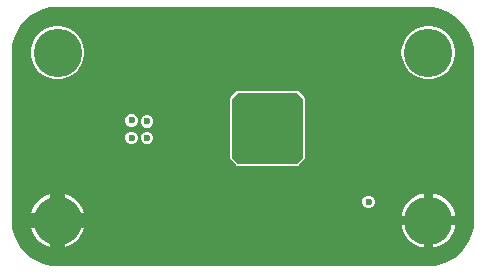
<source format=gbl>
G04*
G04 #@! TF.GenerationSoftware,Altium Limited,Altium Designer,22.3.1 (43)*
G04*
G04 Layer_Physical_Order=4*
G04 Layer_Color=16711680*
%FSLAX25Y25*%
%MOIN*%
G70*
G04*
G04 #@! TF.SameCoordinates,C0C3DF6B-F1DF-4303-8154-4598C75E5984*
G04*
G04*
G04 #@! TF.FilePolarity,Positive*
G04*
G01*
G75*
%ADD28C,0.16142*%
%ADD29C,0.02559*%
%ADD30C,0.02362*%
G36*
X125273Y71136D02*
X127748Y70542D01*
X130099Y69569D01*
X132269Y68239D01*
X134204Y66586D01*
X135857Y64651D01*
X137187Y62481D01*
X138161Y60130D01*
X138755Y57655D01*
X138947Y55217D01*
X138927Y55118D01*
Y253D01*
X138945Y161D01*
X138760Y-2185D01*
X138190Y-4563D01*
X137254Y-6822D01*
X135976Y-8907D01*
X134388Y-10766D01*
X132529Y-12354D01*
X130444Y-13632D01*
X128185Y-14568D01*
X125807Y-15138D01*
X123461Y-15323D01*
X123369Y-15305D01*
X79D01*
X-11Y-15323D01*
X-2332Y-15140D01*
X-4683Y-14576D01*
X-6916Y-13650D01*
X-8978Y-12387D01*
X-10817Y-10817D01*
X-12387Y-8978D01*
X-13650Y-6916D01*
X-14576Y-4683D01*
X-15140Y-2332D01*
X-15323Y-11D01*
X-15305Y79D01*
Y55986D01*
X-15323Y56075D01*
X-15141Y58386D01*
X-14578Y60728D01*
X-13657Y62953D01*
X-12398Y65007D01*
X-10834Y66838D01*
X-9003Y68402D01*
X-6949Y69661D01*
X-4724Y70582D01*
X-2383Y71145D01*
X-71Y71327D01*
X18Y71309D01*
X122736D01*
X122835Y71328D01*
X125273Y71136D01*
D02*
G37*
%LPC*%
G36*
X124506Y64975D02*
X122739D01*
X121005Y64630D01*
X119373Y63954D01*
X117903Y62972D01*
X116654Y61722D01*
X115672Y60253D01*
X114996Y58621D01*
X114651Y56888D01*
Y55120D01*
X114996Y53387D01*
X115672Y51755D01*
X116654Y50285D01*
X117903Y49036D01*
X119373Y48054D01*
X121005Y47378D01*
X122739Y47033D01*
X124506D01*
X126239Y47378D01*
X127871Y48054D01*
X129341Y49036D01*
X130590Y50285D01*
X131572Y51755D01*
X132248Y53387D01*
X132593Y55120D01*
Y56888D01*
X132248Y58621D01*
X131572Y60253D01*
X130590Y61722D01*
X129341Y62972D01*
X127871Y63954D01*
X126239Y64630D01*
X124506Y64975D01*
D02*
G37*
G36*
X883D02*
X-883D01*
X-2617Y64630D01*
X-4249Y63954D01*
X-5719Y62972D01*
X-6968Y61722D01*
X-7950Y60253D01*
X-8626Y58621D01*
X-8971Y56888D01*
Y55120D01*
X-8626Y53387D01*
X-7950Y51755D01*
X-6968Y50285D01*
X-5719Y49036D01*
X-4249Y48054D01*
X-2617Y47378D01*
X-883Y47033D01*
X883D01*
X2617Y47378D01*
X4249Y48054D01*
X5719Y49036D01*
X6968Y50285D01*
X7950Y51755D01*
X8626Y53387D01*
X8971Y55120D01*
Y56888D01*
X8626Y58621D01*
X7950Y60253D01*
X6968Y61722D01*
X5719Y62972D01*
X4249Y63954D01*
X2617Y64630D01*
X883Y64975D01*
D02*
G37*
G36*
X25119Y35447D02*
X24291D01*
X23526Y35130D01*
X22941Y34545D01*
X22624Y33780D01*
Y32952D01*
X22941Y32187D01*
X23526Y31602D01*
X24291Y31285D01*
X25119D01*
X25884Y31602D01*
X26469Y32187D01*
X26786Y32952D01*
Y33780D01*
X26469Y34545D01*
X25884Y35130D01*
X25119Y35447D01*
D02*
G37*
G36*
X30237Y35152D02*
X29409D01*
X28644Y34835D01*
X28059Y34250D01*
X27742Y33485D01*
Y32657D01*
X28059Y31892D01*
X28644Y31307D01*
X29409Y30990D01*
X30237D01*
X31002Y31307D01*
X31587Y31892D01*
X31904Y32657D01*
Y33485D01*
X31587Y34250D01*
X31002Y34835D01*
X30237Y35152D01*
D02*
G37*
G36*
Y29640D02*
X29409D01*
X28644Y29323D01*
X28059Y28738D01*
X27742Y27973D01*
Y27145D01*
X28059Y26380D01*
X28644Y25795D01*
X29409Y25478D01*
X30237D01*
X31002Y25795D01*
X31587Y26380D01*
X31904Y27145D01*
Y27973D01*
X31587Y28738D01*
X31002Y29323D01*
X30237Y29640D01*
D02*
G37*
G36*
X25119D02*
X24291D01*
X23526Y29323D01*
X22941Y28738D01*
X22624Y27973D01*
Y27145D01*
X22941Y26380D01*
X23526Y25795D01*
X24291Y25478D01*
X25119D01*
X25884Y25795D01*
X26469Y26380D01*
X26786Y27145D01*
Y27973D01*
X26469Y28738D01*
X25884Y29323D01*
X25119Y29640D01*
D02*
G37*
G36*
X79823Y43233D02*
X60138D01*
X59865Y43179D01*
X59633Y43024D01*
X57665Y41056D01*
X57510Y40824D01*
X57456Y40551D01*
Y20866D01*
X57510Y20593D01*
X57665Y20361D01*
X59633Y18393D01*
X59865Y18238D01*
X60138Y18184D01*
X79823D01*
X80096Y18238D01*
X80327Y18393D01*
X82296Y20361D01*
X82296Y20361D01*
X82451Y20593D01*
X82505Y20866D01*
Y40551D01*
X82451Y40824D01*
X82296Y41056D01*
X82296Y41056D01*
X80327Y43024D01*
X80096Y43179D01*
X79823Y43233D01*
D02*
G37*
G36*
X104095Y8321D02*
X103267D01*
X102502Y8004D01*
X101917Y7419D01*
X101600Y6654D01*
Y5826D01*
X101917Y5061D01*
X102502Y4476D01*
X103267Y4159D01*
X104095D01*
X104860Y4476D01*
X105445Y5061D01*
X105762Y5826D01*
Y6654D01*
X105445Y7419D01*
X104860Y8004D01*
X104095Y8321D01*
D02*
G37*
G36*
X2500Y8751D02*
Y2500D01*
X8751D01*
X8722Y2646D01*
X8038Y4297D01*
X7046Y5782D01*
X5782Y7046D01*
X4297Y8038D01*
X2646Y8722D01*
X2500Y8751D01*
D02*
G37*
G36*
X-2500D02*
X-2646Y8722D01*
X-4297Y8038D01*
X-5782Y7046D01*
X-7046Y5782D01*
X-8038Y4297D01*
X-8722Y2646D01*
X-8751Y2500D01*
X-2500D01*
Y8751D01*
D02*
G37*
G36*
X125122Y8950D02*
Y1500D01*
X132572D01*
X132344Y2646D01*
X131660Y4297D01*
X130668Y5782D01*
X129404Y7046D01*
X127919Y8038D01*
X126268Y8722D01*
X125122Y8950D01*
D02*
G37*
G36*
X122122D02*
X120976Y8722D01*
X119325Y8038D01*
X117840Y7046D01*
X116576Y5782D01*
X115584Y4297D01*
X114900Y2646D01*
X114672Y1500D01*
X122122D01*
Y8950D01*
D02*
G37*
G36*
X8751Y-2500D02*
X2500D01*
Y-8751D01*
X2646Y-8722D01*
X4297Y-8038D01*
X5782Y-7046D01*
X7046Y-5782D01*
X8038Y-4297D01*
X8722Y-2646D01*
X8751Y-2500D01*
D02*
G37*
G36*
X-2500D02*
X-8751D01*
X-8722Y-2646D01*
X-8038Y-4297D01*
X-7046Y-5782D01*
X-5782Y-7046D01*
X-4297Y-8038D01*
X-2646Y-8722D01*
X-2500Y-8751D01*
Y-2500D01*
D02*
G37*
G36*
X132572Y-1500D02*
X125122D01*
Y-8950D01*
X126268Y-8722D01*
X127919Y-8038D01*
X129404Y-7046D01*
X130668Y-5782D01*
X131660Y-4297D01*
X132344Y-2646D01*
X132572Y-1500D01*
D02*
G37*
G36*
X122122D02*
X114672D01*
X114900Y-2646D01*
X115584Y-4297D01*
X116576Y-5782D01*
X117840Y-7046D01*
X119325Y-8038D01*
X120976Y-8722D01*
X122122Y-8950D01*
Y-1500D01*
D02*
G37*
%LPD*%
G36*
X81791Y40551D02*
X81791D01*
Y20866D01*
X81791D01*
X79823Y18898D01*
X60138D01*
X58169Y20866D01*
Y40551D01*
X60138Y42520D01*
X79823D01*
X81791Y40551D01*
D02*
G37*
D28*
X123622Y56004D02*
D03*
X0D02*
D03*
X123622Y0D02*
D03*
X0D02*
D03*
D29*
X60925Y21654D02*
D03*
Y30709D02*
D03*
Y35236D02*
D03*
Y39764D02*
D03*
X65453Y21654D02*
D03*
Y26181D02*
D03*
X69980Y21654D02*
D03*
Y26181D02*
D03*
X74508Y21654D02*
D03*
Y26181D02*
D03*
X79035Y21654D02*
D03*
Y26181D02*
D03*
X60925D02*
D03*
X65453Y30709D02*
D03*
Y35236D02*
D03*
Y39764D02*
D03*
X69980Y30709D02*
D03*
Y35236D02*
D03*
Y39764D02*
D03*
X74508Y30709D02*
D03*
Y35236D02*
D03*
Y39764D02*
D03*
X79035Y30709D02*
D03*
Y35236D02*
D03*
Y39764D02*
D03*
D30*
X-9547Y30315D02*
D03*
X-10728Y47638D02*
D03*
X-10335Y9449D02*
D03*
X2264Y14567D02*
D03*
X91634Y13780D02*
D03*
X100689Y64173D02*
D03*
X41240Y59449D02*
D03*
X38484Y67323D02*
D03*
X59350Y66535D02*
D03*
X70768Y66929D02*
D03*
X88090Y64173D02*
D03*
X107382Y57480D02*
D03*
X104232Y31496D02*
D03*
X113681Y28740D02*
D03*
X132579Y30709D02*
D03*
X132972Y43307D02*
D03*
X134547Y9055D02*
D03*
X96752Y-11024D02*
D03*
X110138Y-7480D02*
D03*
X117618Y-11811D02*
D03*
X107087Y-11811D02*
D03*
X86122Y-11024D02*
D03*
X46358Y-11811D02*
D03*
X62894Y-5118D02*
D03*
X74705Y-9843D02*
D03*
X58169D02*
D03*
X49902Y394D02*
D03*
X40846Y-7874D02*
D03*
X23917Y-4724D02*
D03*
X31890Y-11811D02*
D03*
X13287Y-9449D02*
D03*
X16043Y19685D02*
D03*
X20374Y11417D02*
D03*
X17224Y394D02*
D03*
X-492Y26772D02*
D03*
X-8760Y20866D02*
D03*
X-8366Y39370D02*
D03*
X25098Y62992D02*
D03*
X14075Y64567D02*
D03*
X16043Y54724D02*
D03*
X18012Y46063D02*
D03*
X9350Y41732D02*
D03*
X16043Y37402D02*
D03*
X46752Y64173D02*
D03*
X35335Y50000D02*
D03*
X31791Y62598D02*
D03*
X26673Y51181D02*
D03*
X34154Y41339D02*
D03*
X42815Y40157D02*
D03*
X45965Y51968D02*
D03*
X55413Y60630D02*
D03*
X67224Y61024D02*
D03*
X79823Y59842D02*
D03*
X93996Y52756D02*
D03*
X105020Y46850D02*
D03*
X97539Y24016D02*
D03*
X114469Y38189D02*
D03*
X109744Y20472D02*
D03*
X101476Y14173D02*
D03*
X96358Y38189D02*
D03*
X105413Y394D02*
D03*
X101476Y-4724D02*
D03*
X95965D02*
D03*
X90059Y-4331D02*
D03*
X78642Y-3543D02*
D03*
X74311Y-2756D02*
D03*
X84547Y-3543D02*
D03*
X68405Y787D02*
D03*
Y7874D02*
D03*
X53445Y10236D02*
D03*
X46752Y18504D02*
D03*
X37303Y19291D02*
D03*
X30610Y20472D02*
D03*
X124906Y15197D02*
D03*
X29823Y33071D02*
D03*
Y27559D02*
D03*
X103681Y6240D02*
D03*
X24705Y27559D02*
D03*
Y33366D02*
D03*
M02*

</source>
